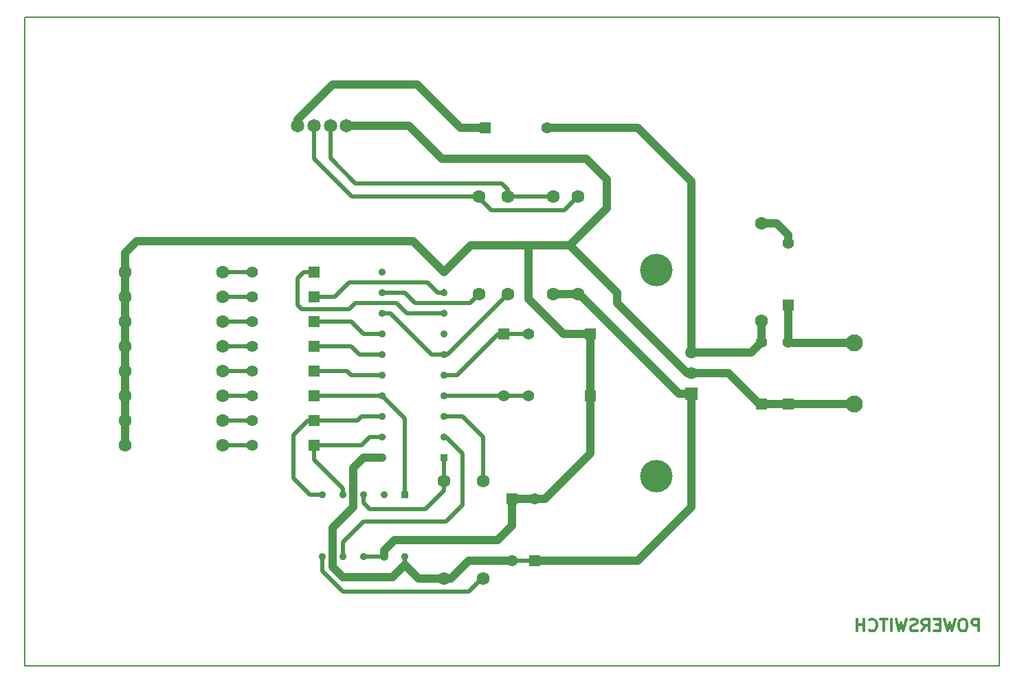
<source format=gbr>
G04 #@! TF.FileFunction,Copper,L2,Bot,Signal*
%FSLAX46Y46*%
G04 Gerber Fmt 4.6, Leading zero omitted, Abs format (unit mm)*
G04 Created by KiCad (PCBNEW 4.0.0-rc1-stable) date dom 11 oct 2015 19:35:07 CEST*
%MOMM*%
G01*
G04 APERTURE LIST*
%ADD10C,0.100000*%
%ADD11C,0.300000*%
%ADD12C,0.150000*%
%ADD13R,1.422400X1.422400*%
%ADD14C,1.422400*%
%ADD15C,0.900000*%
%ADD16R,0.900000X0.900000*%
%ADD17C,2.100580*%
%ADD18C,1.600000*%
%ADD19C,1.651000*%
%ADD20R,1.500000X1.500000*%
%ADD21C,1.500000*%
%ADD22C,4.000000*%
%ADD23C,1.016000*%
%ADD24C,0.508000*%
G04 APERTURE END LIST*
D10*
D11*
X217500000Y-105678571D02*
X217500000Y-104178571D01*
X216928572Y-104178571D01*
X216785714Y-104250000D01*
X216714286Y-104321429D01*
X216642857Y-104464286D01*
X216642857Y-104678571D01*
X216714286Y-104821429D01*
X216785714Y-104892857D01*
X216928572Y-104964286D01*
X217500000Y-104964286D01*
X215714286Y-104178571D02*
X215428572Y-104178571D01*
X215285714Y-104250000D01*
X215142857Y-104392857D01*
X215071429Y-104678571D01*
X215071429Y-105178571D01*
X215142857Y-105464286D01*
X215285714Y-105607143D01*
X215428572Y-105678571D01*
X215714286Y-105678571D01*
X215857143Y-105607143D01*
X216000000Y-105464286D01*
X216071429Y-105178571D01*
X216071429Y-104678571D01*
X216000000Y-104392857D01*
X215857143Y-104250000D01*
X215714286Y-104178571D01*
X214571428Y-104178571D02*
X214214285Y-105678571D01*
X213928571Y-104607143D01*
X213642857Y-105678571D01*
X213285714Y-104178571D01*
X212714285Y-104892857D02*
X212214285Y-104892857D01*
X211999999Y-105678571D02*
X212714285Y-105678571D01*
X212714285Y-104178571D01*
X211999999Y-104178571D01*
X210499999Y-105678571D02*
X210999999Y-104964286D01*
X211357142Y-105678571D02*
X211357142Y-104178571D01*
X210785714Y-104178571D01*
X210642856Y-104250000D01*
X210571428Y-104321429D01*
X210499999Y-104464286D01*
X210499999Y-104678571D01*
X210571428Y-104821429D01*
X210642856Y-104892857D01*
X210785714Y-104964286D01*
X211357142Y-104964286D01*
X209928571Y-105607143D02*
X209714285Y-105678571D01*
X209357142Y-105678571D01*
X209214285Y-105607143D01*
X209142856Y-105535714D01*
X209071428Y-105392857D01*
X209071428Y-105250000D01*
X209142856Y-105107143D01*
X209214285Y-105035714D01*
X209357142Y-104964286D01*
X209642856Y-104892857D01*
X209785714Y-104821429D01*
X209857142Y-104750000D01*
X209928571Y-104607143D01*
X209928571Y-104464286D01*
X209857142Y-104321429D01*
X209785714Y-104250000D01*
X209642856Y-104178571D01*
X209285714Y-104178571D01*
X209071428Y-104250000D01*
X208571428Y-104178571D02*
X208214285Y-105678571D01*
X207928571Y-104607143D01*
X207642857Y-105678571D01*
X207285714Y-104178571D01*
X206714285Y-105678571D02*
X206714285Y-104178571D01*
X206214285Y-104178571D02*
X205357142Y-104178571D01*
X205785713Y-105678571D02*
X205785713Y-104178571D01*
X203999999Y-105535714D02*
X204071428Y-105607143D01*
X204285714Y-105678571D01*
X204428571Y-105678571D01*
X204642856Y-105607143D01*
X204785714Y-105464286D01*
X204857142Y-105321429D01*
X204928571Y-105035714D01*
X204928571Y-104821429D01*
X204857142Y-104535714D01*
X204785714Y-104392857D01*
X204642856Y-104250000D01*
X204428571Y-104178571D01*
X204285714Y-104178571D01*
X204071428Y-104250000D01*
X203999999Y-104321429D01*
X203357142Y-105678571D02*
X203357142Y-104178571D01*
X203357142Y-104892857D02*
X202499999Y-104892857D01*
X202499999Y-105678571D02*
X202499999Y-104178571D01*
D12*
X100000000Y-30000000D02*
X220000000Y-30000000D01*
X100000000Y-110000000D02*
X100000000Y-30000000D01*
X220000000Y-110000000D02*
X100000000Y-110000000D01*
X220000000Y-30000000D02*
X220000000Y-110000000D01*
D13*
X190754000Y-77724000D03*
D14*
X190754000Y-70104000D03*
D13*
X194056000Y-77724000D03*
D14*
X194056000Y-70104000D03*
D13*
X160020000Y-89408000D03*
D14*
X160020000Y-97028000D03*
D13*
X194056000Y-65532000D03*
D14*
X194056000Y-57912000D03*
D13*
X156718000Y-43688000D03*
D14*
X164338000Y-43688000D03*
D15*
X144018000Y-84328000D03*
X144018000Y-81788000D03*
X144018000Y-79248000D03*
X144018000Y-76708000D03*
X144018000Y-74168000D03*
X144018000Y-71628000D03*
X144018000Y-66548000D03*
X144018000Y-69088000D03*
D16*
X151638000Y-84328000D03*
D15*
X151638000Y-81788000D03*
X151638000Y-79248000D03*
X151638000Y-76708000D03*
X151638000Y-74168000D03*
X151638000Y-71628000D03*
X151638000Y-69088000D03*
X151638000Y-66548000D03*
X151638000Y-61468000D03*
X151638000Y-64008000D03*
X144018000Y-61468000D03*
X144018000Y-64008000D03*
D17*
X202184000Y-70164960D03*
X202184000Y-77663040D03*
D18*
X124364000Y-61468000D03*
X112364000Y-61468000D03*
X124364000Y-64516000D03*
X112364000Y-64516000D03*
X124364000Y-67564000D03*
X112364000Y-67564000D03*
X124364000Y-70612000D03*
X112364000Y-70612000D03*
X124364000Y-73660000D03*
X112364000Y-73660000D03*
X124364000Y-76708000D03*
X112364000Y-76708000D03*
X124364000Y-79756000D03*
X112364000Y-79756000D03*
X124364000Y-82804000D03*
X112364000Y-82804000D03*
X168148000Y-64166000D03*
X168148000Y-52166000D03*
X155956000Y-64166000D03*
X155956000Y-52166000D03*
X159512000Y-64166000D03*
X159512000Y-52166000D03*
X165100000Y-64166000D03*
X165100000Y-52166000D03*
X156464000Y-87218000D03*
X156464000Y-99218000D03*
X190754000Y-55468000D03*
X190754000Y-67468000D03*
X151638000Y-99218000D03*
X151638000Y-87218000D03*
D19*
X139603480Y-43434000D03*
X137604500Y-43434000D03*
X135602980Y-43434000D03*
X133604000Y-43434000D03*
D20*
X182118000Y-76454000D03*
D21*
X182118000Y-73914000D03*
X182118000Y-71374000D03*
D22*
X177768000Y-61214000D03*
X177768000Y-86614000D03*
D15*
X146812000Y-96520000D03*
X144272000Y-96520000D03*
X141732000Y-96520000D03*
X139192000Y-96520000D03*
X136652000Y-96520000D03*
D16*
X146812000Y-88900000D03*
D15*
X144272000Y-88900000D03*
X141732000Y-88900000D03*
X139192000Y-88900000D03*
X136652000Y-88900000D03*
D13*
X135636000Y-61468000D03*
D14*
X128016000Y-61468000D03*
D13*
X135636000Y-64516000D03*
D14*
X128016000Y-64516000D03*
D13*
X135636000Y-67564000D03*
D14*
X128016000Y-67564000D03*
D13*
X135636000Y-70612000D03*
D14*
X128016000Y-70612000D03*
D13*
X135636000Y-73660000D03*
D14*
X128016000Y-73660000D03*
D13*
X135636000Y-76708000D03*
D14*
X128016000Y-76708000D03*
D13*
X135636000Y-79756000D03*
D14*
X128016000Y-79756000D03*
D13*
X135636000Y-82804000D03*
D14*
X128016000Y-82804000D03*
D13*
X169672000Y-69088000D03*
D14*
X162052000Y-69088000D03*
D13*
X169672000Y-76708000D03*
D14*
X162052000Y-76708000D03*
D13*
X162814000Y-97028000D03*
D14*
X162814000Y-89408000D03*
D13*
X159004000Y-69088000D03*
D14*
X159004000Y-76708000D03*
D23*
X182118000Y-73914000D02*
X181610000Y-73914000D01*
X181610000Y-73914000D02*
X172974000Y-65278000D01*
X172974000Y-64008000D02*
X167132000Y-58166000D01*
X172974000Y-65278000D02*
X172974000Y-64008000D01*
X169672000Y-69088000D02*
X166370000Y-69088000D01*
X162052000Y-64770000D02*
X162052000Y-58166000D01*
X166370000Y-69088000D02*
X162052000Y-64770000D01*
X151638000Y-61468000D02*
X147828000Y-57658000D01*
X112364000Y-59086000D02*
X112364000Y-61468000D01*
X113792000Y-57658000D02*
X112364000Y-59086000D01*
X147828000Y-57658000D02*
X113792000Y-57658000D01*
X151638000Y-61468000D02*
X154940000Y-58166000D01*
X154940000Y-58166000D02*
X162052000Y-58166000D01*
X147320000Y-43434000D02*
X139603480Y-43434000D01*
X162052000Y-58166000D02*
X167132000Y-58166000D01*
X167132000Y-58166000D02*
X171704000Y-53594000D01*
X171704000Y-53594000D02*
X171704000Y-50038000D01*
X171704000Y-50038000D02*
X169164000Y-47498000D01*
X169164000Y-47498000D02*
X151384000Y-47498000D01*
X151384000Y-47498000D02*
X147320000Y-43434000D01*
X202184000Y-77663040D02*
X194116960Y-77663040D01*
D24*
X194116960Y-77663040D02*
X194056000Y-77724000D01*
X190754000Y-77724000D02*
X190500000Y-77724000D01*
D23*
X190500000Y-77724000D02*
X186690000Y-73914000D01*
X186690000Y-73914000D02*
X182118000Y-73914000D01*
X194056000Y-77724000D02*
X190754000Y-77724000D01*
D24*
X194116960Y-77663040D02*
X194056000Y-77724000D01*
D23*
X162814000Y-89408000D02*
X164084000Y-89408000D01*
X169672000Y-83820000D02*
X169672000Y-76708000D01*
X164084000Y-89408000D02*
X169672000Y-83820000D01*
X160020000Y-89408000D02*
X162814000Y-89408000D01*
X144272000Y-96520000D02*
X144272000Y-95758000D01*
X144272000Y-95758000D02*
X145542000Y-94488000D01*
X145542000Y-94488000D02*
X158242000Y-94488000D01*
X158242000Y-94488000D02*
X160020000Y-92710000D01*
X160020000Y-92710000D02*
X160020000Y-89408000D01*
D24*
X141732000Y-96520000D02*
X144272000Y-96520000D01*
X169672000Y-69088000D02*
X169418000Y-69088000D01*
D23*
X112364000Y-67564000D02*
X112364000Y-70612000D01*
X112364000Y-70612000D02*
X112364000Y-73660000D01*
X112364000Y-73660000D02*
X112364000Y-76708000D01*
X112364000Y-76708000D02*
X112364000Y-79756000D01*
X112364000Y-79756000D02*
X112364000Y-82804000D01*
X112364000Y-64516000D02*
X112364000Y-67564000D01*
X112364000Y-61468000D02*
X112364000Y-64516000D01*
X169672000Y-76708000D02*
X169672000Y-69088000D01*
X182118000Y-71374000D02*
X182118000Y-50292000D01*
X182118000Y-50292000D02*
X175514000Y-43688000D01*
X175514000Y-43688000D02*
X164338000Y-43688000D01*
X190754000Y-70104000D02*
X190754000Y-67468000D01*
X182118000Y-71374000D02*
X189484000Y-71374000D01*
X189484000Y-71374000D02*
X190754000Y-70104000D01*
X194056000Y-70104000D02*
X194056000Y-65532000D01*
X202184000Y-70164960D02*
X194116960Y-70164960D01*
D24*
X194116960Y-70164960D02*
X194056000Y-70104000D01*
D23*
X182118000Y-76454000D02*
X180594000Y-76454000D01*
X180594000Y-76454000D02*
X168306000Y-64166000D01*
X168306000Y-64166000D02*
X165862000Y-64166000D01*
X162814000Y-97028000D02*
X175514000Y-97028000D01*
X175514000Y-97028000D02*
X182118000Y-90424000D01*
X182118000Y-90424000D02*
X182118000Y-76454000D01*
D24*
X160020000Y-97028000D02*
X162814000Y-97028000D01*
D23*
X151638000Y-99218000D02*
X152496000Y-99218000D01*
X152496000Y-99218000D02*
X154686000Y-97028000D01*
X154686000Y-97028000D02*
X160020000Y-97028000D01*
X144018000Y-84328000D02*
X141732000Y-84328000D01*
X141732000Y-84328000D02*
X140462000Y-85598000D01*
X140462000Y-85598000D02*
X140462000Y-90424000D01*
X140462000Y-90424000D02*
X137922000Y-92964000D01*
X137922000Y-92964000D02*
X137922000Y-97790000D01*
X137922000Y-97790000D02*
X139192000Y-99060000D01*
X139192000Y-99060000D02*
X145288000Y-99060000D01*
X145288000Y-99060000D02*
X146812000Y-97536000D01*
X151638000Y-99218000D02*
X148494000Y-99218000D01*
X148494000Y-99218000D02*
X146812000Y-97536000D01*
D24*
X146812000Y-97536000D02*
X146812000Y-96520000D01*
X159004000Y-69088000D02*
X162052000Y-69088000D01*
X151638000Y-74168000D02*
X153225500Y-74168000D01*
X153225500Y-74168000D02*
X158305500Y-69088000D01*
X158305500Y-69088000D02*
X159004000Y-69088000D01*
X159004000Y-76708000D02*
X162052000Y-76708000D01*
X151638000Y-76708000D02*
X159004000Y-76708000D01*
D23*
X194056000Y-57912000D02*
X194056000Y-56896000D01*
X194056000Y-56896000D02*
X192628000Y-55468000D01*
X192628000Y-55468000D02*
X190754000Y-55468000D01*
X156718000Y-43688000D02*
X153670000Y-43688000D01*
X153670000Y-43688000D02*
X148336000Y-38354000D01*
X148336000Y-38354000D02*
X137922000Y-38354000D01*
X137922000Y-38354000D02*
X133604000Y-42672000D01*
D24*
X133604000Y-42672000D02*
X133604000Y-43434000D01*
X139192000Y-88900000D02*
X139192000Y-88138000D01*
X135636000Y-84582000D02*
X135636000Y-82804000D01*
X139192000Y-88138000D02*
X135636000Y-84582000D01*
X144018000Y-81788000D02*
X142494000Y-81788000D01*
X141478000Y-82804000D02*
X135636000Y-82804000D01*
X142494000Y-81788000D02*
X141478000Y-82804000D01*
X144018000Y-81788000D02*
X144208500Y-81788000D01*
X144018000Y-79248000D02*
X141478000Y-79248000D01*
X140970000Y-79756000D02*
X135636000Y-79756000D01*
X141478000Y-79248000D02*
X140970000Y-79756000D01*
X136652000Y-88900000D02*
X135128000Y-88900000D01*
X134874000Y-79756000D02*
X135636000Y-79756000D01*
X133096000Y-81534000D02*
X134874000Y-79756000D01*
X133096000Y-86868000D02*
X133096000Y-81534000D01*
X135128000Y-88900000D02*
X133096000Y-86868000D01*
X144018000Y-76708000D02*
X135636000Y-76708000D01*
X146812000Y-88900000D02*
X146812000Y-79502000D01*
X146812000Y-79502000D02*
X144018000Y-76708000D01*
X144018000Y-76708000D02*
X144018000Y-76606400D01*
X144018000Y-74168000D02*
X140208000Y-74168000D01*
X139700000Y-73660000D02*
X135636000Y-73660000D01*
X140208000Y-74168000D02*
X139700000Y-73660000D01*
X144018000Y-74168000D02*
X143814800Y-74168000D01*
X144018000Y-71628000D02*
X141224000Y-71628000D01*
X140208000Y-70612000D02*
X135636000Y-70612000D01*
X141224000Y-71628000D02*
X140208000Y-70612000D01*
X151638000Y-71628000D02*
X152050000Y-71628000D01*
X152050000Y-71628000D02*
X159512000Y-64166000D01*
X151638000Y-71628000D02*
X150114000Y-71628000D01*
X145034000Y-66548000D02*
X144018000Y-66548000D01*
X150114000Y-71628000D02*
X145034000Y-66548000D01*
X144018000Y-69088000D02*
X141732000Y-69088000D01*
X140208000Y-67564000D02*
X135636000Y-67564000D01*
X141732000Y-69088000D02*
X140208000Y-67564000D01*
X151638000Y-87218000D02*
X151638000Y-84328000D01*
X141732000Y-88900000D02*
X141732000Y-89916000D01*
X151638000Y-88392000D02*
X151638000Y-87218000D01*
X149352000Y-90678000D02*
X151638000Y-88392000D01*
X142494000Y-90678000D02*
X149352000Y-90678000D01*
X141732000Y-89916000D02*
X142494000Y-90678000D01*
X151638000Y-81788000D02*
X151892000Y-81788000D01*
X151892000Y-81788000D02*
X153924000Y-83820000D01*
X153924000Y-83820000D02*
X153924000Y-90170000D01*
X153924000Y-90170000D02*
X151892000Y-92202000D01*
X151892000Y-92202000D02*
X141732000Y-92202000D01*
X141732000Y-92202000D02*
X139192000Y-94742000D01*
X139192000Y-94742000D02*
X139192000Y-96520000D01*
X156464000Y-87218000D02*
X156464000Y-81788000D01*
X153924000Y-79248000D02*
X151638000Y-79248000D01*
X156464000Y-81788000D02*
X153924000Y-79248000D01*
X151638000Y-66548000D02*
X147066000Y-66548000D01*
X134366000Y-61468000D02*
X135636000Y-61468000D01*
X133604000Y-62230000D02*
X134366000Y-61468000D01*
X133604000Y-65532000D02*
X133604000Y-62230000D01*
X134112000Y-66040000D02*
X133604000Y-65532000D01*
X139954000Y-66040000D02*
X134112000Y-66040000D01*
X140716000Y-65278000D02*
X139954000Y-66040000D01*
X145796000Y-65278000D02*
X140716000Y-65278000D01*
X147066000Y-66548000D02*
X145796000Y-65278000D01*
X151638000Y-64008000D02*
X150876000Y-64008000D01*
X138176000Y-64516000D02*
X135636000Y-64516000D01*
X139954000Y-62738000D02*
X138176000Y-64516000D01*
X149606000Y-62738000D02*
X139954000Y-62738000D01*
X150876000Y-64008000D02*
X149606000Y-62738000D01*
X151638000Y-64008000D02*
X151638000Y-63754000D01*
X144018000Y-64008000D02*
X146812000Y-64008000D01*
X154844000Y-65278000D02*
X155956000Y-64166000D01*
X148082000Y-65278000D02*
X154844000Y-65278000D01*
X146812000Y-64008000D02*
X148082000Y-65278000D01*
X143922000Y-64104000D02*
X144018000Y-64008000D01*
X156464000Y-99218000D02*
X156306000Y-99218000D01*
X156306000Y-99218000D02*
X154686000Y-100838000D01*
X154686000Y-100838000D02*
X139192000Y-100838000D01*
X139192000Y-100838000D02*
X136652000Y-98298000D01*
X136652000Y-98298000D02*
X136652000Y-96520000D01*
X124364000Y-61468000D02*
X127858000Y-61468000D01*
X124364000Y-64516000D02*
X127858000Y-64516000D01*
X124364000Y-67564000D02*
X127858000Y-67564000D01*
X124364000Y-70612000D02*
X127858000Y-70612000D01*
X124364000Y-73660000D02*
X127858000Y-73660000D01*
X124364000Y-76708000D02*
X127858000Y-76708000D01*
X124364000Y-79756000D02*
X127858000Y-79756000D01*
X127858000Y-82804000D02*
X124364000Y-82804000D01*
X155956000Y-52166000D02*
X155956000Y-52324000D01*
X155956000Y-52324000D02*
X157480000Y-53848000D01*
X166466000Y-53848000D02*
X168148000Y-52166000D01*
X157480000Y-53848000D02*
X166466000Y-53848000D01*
X155956000Y-52166000D02*
X140304000Y-52166000D01*
X135602980Y-47464980D02*
X135602980Y-43434000D01*
X140304000Y-52166000D02*
X135602980Y-47464980D01*
X159512000Y-52166000D02*
X165100000Y-52166000D01*
X159512000Y-52166000D02*
X159512000Y-51308000D01*
X137604500Y-47434500D02*
X137604500Y-43434000D01*
X140716000Y-50546000D02*
X137604500Y-47434500D01*
X158750000Y-50546000D02*
X140716000Y-50546000D01*
X159512000Y-51308000D02*
X158750000Y-50546000D01*
M02*

</source>
